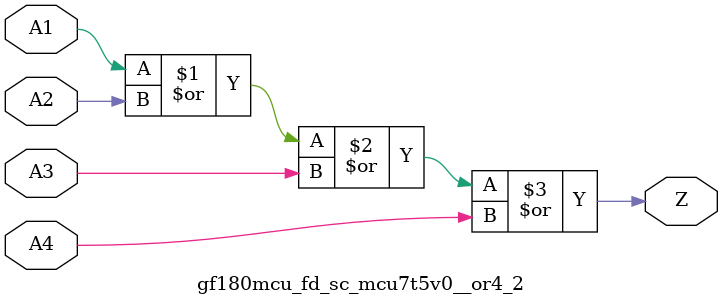
<source format=v>

module gf180mcu_fd_sc_mcu7t5v0__or4_2( A1, A2, A3, A4, Z );
input A1, A2, A3, A4;
output Z;

	or MGM_BG_0( Z, A1, A2, A3, A4 );

endmodule

</source>
